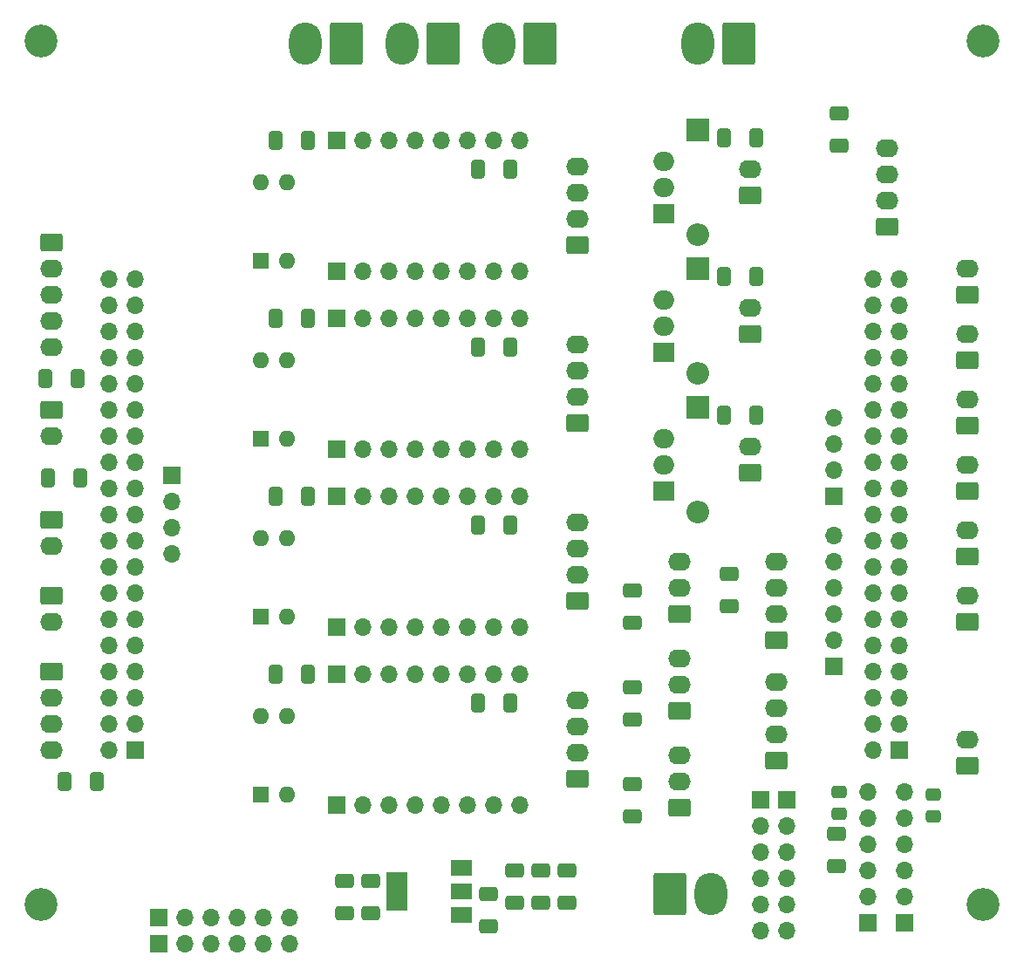
<source format=gbr>
%TF.GenerationSoftware,KiCad,Pcbnew,6.0.4-6f826c9f35~116~ubuntu21.10.1*%
%TF.CreationDate,2022-04-21T21:07:43+02:00*%
%TF.ProjectId,Interco_nucleo_4couches-rounded,496e7465-7263-46f5-9f6e-75636c656f5f,rev?*%
%TF.SameCoordinates,Original*%
%TF.FileFunction,Soldermask,Top*%
%TF.FilePolarity,Negative*%
%FSLAX46Y46*%
G04 Gerber Fmt 4.6, Leading zero omitted, Abs format (unit mm)*
G04 Created by KiCad (PCBNEW 6.0.4-6f826c9f35~116~ubuntu21.10.1) date 2022-04-21 21:07:43*
%MOMM*%
%LPD*%
G01*
G04 APERTURE LIST*
G04 Aperture macros list*
%AMRoundRect*
0 Rectangle with rounded corners*
0 $1 Rounding radius*
0 $2 $3 $4 $5 $6 $7 $8 $9 X,Y pos of 4 corners*
0 Add a 4 corners polygon primitive as box body*
4,1,4,$2,$3,$4,$5,$6,$7,$8,$9,$2,$3,0*
0 Add four circle primitives for the rounded corners*
1,1,$1+$1,$2,$3*
1,1,$1+$1,$4,$5*
1,1,$1+$1,$6,$7*
1,1,$1+$1,$8,$9*
0 Add four rect primitives between the rounded corners*
20,1,$1+$1,$2,$3,$4,$5,0*
20,1,$1+$1,$4,$5,$6,$7,0*
20,1,$1+$1,$6,$7,$8,$9,0*
20,1,$1+$1,$8,$9,$2,$3,0*%
G04 Aperture macros list end*
%ADD10RoundRect,0.250000X-0.650000X0.412500X-0.650000X-0.412500X0.650000X-0.412500X0.650000X0.412500X0*%
%ADD11R,1.700000X1.700000*%
%ADD12O,1.700000X1.700000*%
%ADD13RoundRect,0.250000X-0.412500X-0.650000X0.412500X-0.650000X0.412500X0.650000X-0.412500X0.650000X0*%
%ADD14RoundRect,0.250000X0.412500X0.650000X-0.412500X0.650000X-0.412500X-0.650000X0.412500X-0.650000X0*%
%ADD15RoundRect,0.250000X0.845000X-0.620000X0.845000X0.620000X-0.845000X0.620000X-0.845000X-0.620000X0*%
%ADD16O,2.190000X1.740000*%
%ADD17RoundRect,0.250000X-0.845000X0.620000X-0.845000X-0.620000X0.845000X-0.620000X0.845000X0.620000X0*%
%ADD18RoundRect,0.250000X-1.330000X-1.800000X1.330000X-1.800000X1.330000X1.800000X-1.330000X1.800000X0*%
%ADD19O,3.160000X4.100000*%
%ADD20R,2.200000X2.200000*%
%ADD21O,2.200000X2.200000*%
%ADD22R,1.600000X1.600000*%
%ADD23O,1.600000X1.600000*%
%ADD24C,3.200000*%
%ADD25R,2.000000X1.500000*%
%ADD26R,2.000000X3.800000*%
%ADD27RoundRect,0.250000X1.330000X1.800000X-1.330000X1.800000X-1.330000X-1.800000X1.330000X-1.800000X0*%
%ADD28R,2.000000X1.905000*%
%ADD29O,2.000000X1.905000*%
%ADD30RoundRect,0.250000X0.475000X-0.337500X0.475000X0.337500X-0.475000X0.337500X-0.475000X-0.337500X0*%
%ADD31RoundRect,0.250000X0.650000X-0.412500X0.650000X0.412500X-0.650000X0.412500X-0.650000X-0.412500X0*%
G04 APERTURE END LIST*
D10*
%TO.C,C74*%
X69850000Y-125730000D03*
X69850000Y-128855000D03*
%TD*%
D11*
%TO.C,J28*%
X121666000Y-129794000D03*
D12*
X121666000Y-127254000D03*
X121666000Y-124714000D03*
X121666000Y-122174000D03*
X121666000Y-119634000D03*
X121666000Y-117094000D03*
%TD*%
D11*
%TO.C,U12*%
X66548000Y-83820000D03*
D12*
X69088000Y-83820000D03*
X71628000Y-83820000D03*
X74168000Y-83820000D03*
X76708000Y-83820000D03*
X79248000Y-83820000D03*
X81788000Y-83820000D03*
X84328000Y-83820000D03*
X84328000Y-71120000D03*
X81788000Y-71120000D03*
X79248000Y-71120000D03*
X76708000Y-71120000D03*
X74168000Y-71120000D03*
X71628000Y-71120000D03*
X69088000Y-71120000D03*
D11*
X66548000Y-71120000D03*
%TD*%
D13*
%TO.C,C515*%
X80264000Y-91186000D03*
X83389000Y-91186000D03*
%TD*%
D14*
%TO.C,C52*%
X63754000Y-88392000D03*
X60629000Y-88392000D03*
%TD*%
D15*
%TO.C,J34*%
X127762000Y-94234000D03*
D16*
X127762000Y-91694000D03*
%TD*%
D17*
%TO.C,J41*%
X38862000Y-90678000D03*
D16*
X38862000Y-93218000D03*
%TD*%
D18*
%TO.C,J52*%
X98910000Y-127000000D03*
D19*
X102870000Y-127000000D03*
%TD*%
D20*
%TO.C,D22*%
X101600000Y-52832000D03*
D21*
X101600000Y-62992000D03*
%TD*%
D15*
%TO.C,J12*%
X89916000Y-81280000D03*
D16*
X89916000Y-78740000D03*
X89916000Y-76200000D03*
X89916000Y-73660000D03*
%TD*%
D22*
%TO.C,SW20*%
X59182000Y-65532000D03*
D23*
X61722000Y-65532000D03*
X61722000Y-57912000D03*
X59182000Y-57912000D03*
%TD*%
D20*
%TO.C,D20*%
X101600000Y-66294000D03*
D21*
X101600000Y-76454000D03*
%TD*%
D10*
%TO.C,C513*%
X81280000Y-127000000D03*
X81280000Y-130125000D03*
%TD*%
D15*
%TO.C,J24*%
X106680000Y-86106000D03*
D16*
X106680000Y-83566000D03*
%TD*%
D24*
%TO.C,H2*%
X37846000Y-44196000D03*
%TD*%
D14*
%TO.C,C53*%
X63754000Y-105664000D03*
X60629000Y-105664000D03*
%TD*%
D17*
%TO.C,J43*%
X38862000Y-98044000D03*
D16*
X38862000Y-100584000D03*
%TD*%
D24*
%TO.C,H0*%
X129286000Y-128016000D03*
%TD*%
D11*
%TO.C,J29*%
X118110000Y-129794000D03*
D12*
X118110000Y-127254000D03*
X118110000Y-124714000D03*
X118110000Y-122174000D03*
X118110000Y-119634000D03*
X118110000Y-117094000D03*
%TD*%
D13*
%TO.C,C56*%
X104140000Y-80518000D03*
X107265000Y-80518000D03*
%TD*%
D25*
%TO.C,U70*%
X78690000Y-129046000D03*
X78690000Y-126746000D03*
D26*
X72390000Y-126746000D03*
D25*
X78690000Y-124446000D03*
%TD*%
D27*
%TO.C,J500*%
X76858000Y-44450000D03*
D19*
X72898000Y-44450000D03*
%TD*%
D28*
%TO.C,Q21*%
X98298000Y-87884000D03*
D29*
X98298000Y-85344000D03*
X98298000Y-82804000D03*
%TD*%
D14*
%TO.C,C58*%
X41402000Y-76962000D03*
X38277000Y-76962000D03*
%TD*%
D13*
%TO.C,C54*%
X104140000Y-53594000D03*
X107265000Y-53594000D03*
%TD*%
D15*
%TO.C,J22*%
X99822000Y-118618000D03*
D16*
X99822000Y-116078000D03*
X99822000Y-113538000D03*
%TD*%
D13*
%TO.C,C55*%
X104140000Y-67056000D03*
X107265000Y-67056000D03*
%TD*%
D15*
%TO.C,J21*%
X99822000Y-109220000D03*
D16*
X99822000Y-106680000D03*
X99822000Y-104140000D03*
%TD*%
D11*
%TO.C,U20*%
X66548000Y-66548000D03*
D12*
X69088000Y-66548000D03*
X71628000Y-66548000D03*
X74168000Y-66548000D03*
X76708000Y-66548000D03*
X79248000Y-66548000D03*
X81788000Y-66548000D03*
X84328000Y-66548000D03*
X84328000Y-53848000D03*
X81788000Y-53848000D03*
X79248000Y-53848000D03*
X76708000Y-53848000D03*
X74168000Y-53848000D03*
X71628000Y-53848000D03*
X69088000Y-53848000D03*
D11*
X66548000Y-53848000D03*
%TD*%
D15*
%TO.C,J36*%
X120015000Y-62230000D03*
D16*
X120015000Y-59690000D03*
X120015000Y-57150000D03*
X120015000Y-54610000D03*
%TD*%
D17*
%TO.C,J26*%
X38862000Y-63754000D03*
D16*
X38862000Y-66294000D03*
X38862000Y-68834000D03*
X38862000Y-71374000D03*
X38862000Y-73914000D03*
%TD*%
D15*
%TO.C,J25*%
X106680000Y-59182000D03*
D16*
X106680000Y-56642000D03*
%TD*%
D13*
%TO.C,C516*%
X80264000Y-73914000D03*
X83389000Y-73914000D03*
%TD*%
D11*
%TO.C,J03*%
X50546000Y-86360000D03*
D12*
X50546000Y-88900000D03*
X50546000Y-91440000D03*
X50546000Y-93980000D03*
%TD*%
D11*
%TO.C,J54*%
X49276000Y-131826000D03*
D12*
X51816000Y-131826000D03*
X54356000Y-131826000D03*
X56896000Y-131826000D03*
X59436000Y-131826000D03*
X61976000Y-131826000D03*
%TD*%
D24*
%TO.C,H1*%
X129286000Y-44196000D03*
%TD*%
D10*
%TO.C,C57*%
X104648000Y-95885000D03*
X104648000Y-99010000D03*
%TD*%
D30*
%TO.C,R23*%
X115316000Y-119169000D03*
X115316000Y-117094000D03*
%TD*%
D31*
%TO.C,C591*%
X95250000Y-110059000D03*
X95250000Y-106934000D03*
%TD*%
D10*
%TO.C,C590*%
X95250000Y-116332000D03*
X95250000Y-119457000D03*
%TD*%
D24*
%TO.C,H3*%
X37846000Y-128016000D03*
%TD*%
D15*
%TO.C,J11*%
X89916000Y-98552000D03*
D16*
X89916000Y-96012000D03*
X89916000Y-93472000D03*
X89916000Y-90932000D03*
%TD*%
D22*
%TO.C,SW12*%
X59182000Y-82804000D03*
D23*
X61722000Y-82804000D03*
X61722000Y-75184000D03*
X59182000Y-75184000D03*
%TD*%
D15*
%TO.C,J23*%
X106680000Y-72644000D03*
D16*
X106680000Y-70104000D03*
%TD*%
D22*
%TO.C,SW10*%
X59182000Y-117348000D03*
D23*
X61722000Y-117348000D03*
X61722000Y-109728000D03*
X59182000Y-109728000D03*
%TD*%
D17*
%TO.C,J40*%
X38862000Y-80010000D03*
D16*
X38862000Y-82550000D03*
%TD*%
D27*
%TO.C,J502*%
X67460000Y-44450000D03*
D19*
X63500000Y-44450000D03*
%TD*%
D10*
%TO.C,C72*%
X88900000Y-124714000D03*
X88900000Y-127839000D03*
%TD*%
D15*
%TO.C,J32*%
X127762000Y-81534000D03*
D16*
X127762000Y-78994000D03*
%TD*%
D15*
%TO.C,J33*%
X127762000Y-87884000D03*
D16*
X127762000Y-85344000D03*
%TD*%
D15*
%TO.C,J42*%
X127762000Y-114554000D03*
D16*
X127762000Y-112014000D03*
%TD*%
D31*
%TO.C,C512*%
X115316000Y-54356000D03*
X115316000Y-51231000D03*
%TD*%
D13*
%TO.C,C514*%
X80264000Y-108458000D03*
X83389000Y-108458000D03*
%TD*%
D11*
%TO.C,J60*%
X107696000Y-117856000D03*
D12*
X107696000Y-120396000D03*
X107696000Y-122936000D03*
X107696000Y-125476000D03*
X107696000Y-128016000D03*
X107696000Y-130556000D03*
%TD*%
D27*
%TO.C,J51*%
X105560000Y-44450000D03*
D19*
X101600000Y-44450000D03*
%TD*%
D27*
%TO.C,J501*%
X86256000Y-44450000D03*
D19*
X82296000Y-44450000D03*
%TD*%
D11*
%TO.C,J39*%
X114808000Y-104902000D03*
D12*
X114808000Y-102362000D03*
X114808000Y-99822000D03*
X114808000Y-97282000D03*
X114808000Y-94742000D03*
X114808000Y-92202000D03*
%TD*%
D10*
%TO.C,C73*%
X67310000Y-125730000D03*
X67310000Y-128855000D03*
%TD*%
%TO.C,C71*%
X86360000Y-124714000D03*
X86360000Y-127839000D03*
%TD*%
D20*
%TO.C,D21*%
X101600000Y-79756000D03*
D21*
X101600000Y-89916000D03*
%TD*%
D11*
%TO.C,J04*%
X114808000Y-88392000D03*
D12*
X114808000Y-85852000D03*
X114808000Y-83312000D03*
X114808000Y-80772000D03*
%TD*%
D15*
%TO.C,D40*%
X109220000Y-114046000D03*
D16*
X109220000Y-111506000D03*
X109220000Y-108966000D03*
X109220000Y-106426000D03*
%TD*%
D14*
%TO.C,C51*%
X63754000Y-71120000D03*
X60629000Y-71120000D03*
%TD*%
D13*
%TO.C,C510*%
X40132000Y-116078000D03*
X43257000Y-116078000D03*
%TD*%
D11*
%TO.C,U11*%
X66548000Y-101092000D03*
D12*
X69088000Y-101092000D03*
X71628000Y-101092000D03*
X74168000Y-101092000D03*
X76708000Y-101092000D03*
X79248000Y-101092000D03*
X81788000Y-101092000D03*
X84328000Y-101092000D03*
X84328000Y-88392000D03*
X81788000Y-88392000D03*
X79248000Y-88392000D03*
X76708000Y-88392000D03*
X74168000Y-88392000D03*
X71628000Y-88392000D03*
X69088000Y-88392000D03*
D11*
X66548000Y-88392000D03*
%TD*%
D13*
%TO.C,C517*%
X80264000Y-56642000D03*
X83389000Y-56642000D03*
%TD*%
D17*
%TO.C,J38*%
X38862000Y-105410000D03*
D16*
X38862000Y-107950000D03*
X38862000Y-110490000D03*
X38862000Y-113030000D03*
%TD*%
D15*
%TO.C,J31*%
X127762000Y-75184000D03*
D16*
X127762000Y-72644000D03*
%TD*%
D15*
%TO.C,J20*%
X99822000Y-99822000D03*
D16*
X99822000Y-97282000D03*
X99822000Y-94742000D03*
%TD*%
D15*
%TO.C,J30*%
X127762000Y-68834000D03*
D16*
X127762000Y-66294000D03*
%TD*%
D31*
%TO.C,C592*%
X95250000Y-100661000D03*
X95250000Y-97536000D03*
%TD*%
D14*
%TO.C,C511*%
X41656000Y-86614000D03*
X38531000Y-86614000D03*
%TD*%
D15*
%TO.C,J35*%
X127762000Y-100584000D03*
D16*
X127762000Y-98044000D03*
%TD*%
D15*
%TO.C,J27*%
X89916000Y-64008000D03*
D16*
X89916000Y-61468000D03*
X89916000Y-58928000D03*
X89916000Y-56388000D03*
%TD*%
D28*
%TO.C,Q20*%
X98298000Y-74422000D03*
D29*
X98298000Y-71882000D03*
X98298000Y-69342000D03*
%TD*%
D15*
%TO.C,J37*%
X109220000Y-102362000D03*
D16*
X109220000Y-99822000D03*
X109220000Y-97282000D03*
X109220000Y-94742000D03*
%TD*%
D14*
%TO.C,C50*%
X63754000Y-53848000D03*
X60629000Y-53848000D03*
%TD*%
D11*
%TO.C,J53*%
X49276000Y-129286000D03*
D12*
X51816000Y-129286000D03*
X54356000Y-129286000D03*
X56896000Y-129286000D03*
X59436000Y-129286000D03*
X61976000Y-129286000D03*
%TD*%
D10*
%TO.C,C518*%
X115062000Y-121158000D03*
X115062000Y-124283000D03*
%TD*%
D22*
%TO.C,SW11*%
X59182000Y-100076000D03*
D23*
X61722000Y-100076000D03*
X61722000Y-92456000D03*
X59182000Y-92456000D03*
%TD*%
D11*
%TO.C,U10*%
X66548000Y-118364000D03*
D12*
X69088000Y-118364000D03*
X71628000Y-118364000D03*
X74168000Y-118364000D03*
X76708000Y-118364000D03*
X79248000Y-118364000D03*
X81788000Y-118364000D03*
X84328000Y-118364000D03*
X84328000Y-105664000D03*
X81788000Y-105664000D03*
X79248000Y-105664000D03*
X76708000Y-105664000D03*
X74168000Y-105664000D03*
X71628000Y-105664000D03*
X69088000Y-105664000D03*
D11*
X66548000Y-105664000D03*
%TD*%
D10*
%TO.C,C70*%
X83820000Y-124714000D03*
X83820000Y-127839000D03*
%TD*%
D11*
%TO.C,J61*%
X110236000Y-117856000D03*
D12*
X110236000Y-120396000D03*
X110236000Y-122936000D03*
X110236000Y-125476000D03*
X110236000Y-128016000D03*
X110236000Y-130556000D03*
%TD*%
D28*
%TO.C,Q22*%
X98298000Y-60960000D03*
D29*
X98298000Y-58420000D03*
X98298000Y-55880000D03*
%TD*%
D30*
%TO.C,R22*%
X124460000Y-119423000D03*
X124460000Y-117348000D03*
%TD*%
D15*
%TO.C,J10*%
X89916000Y-115824000D03*
D16*
X89916000Y-113284000D03*
X89916000Y-110744000D03*
X89916000Y-108204000D03*
%TD*%
D11*
%TO.C,J01*%
X46990000Y-113030000D03*
D12*
X44450000Y-113030000D03*
X46990000Y-110490000D03*
X44450000Y-110490000D03*
X46990000Y-107950000D03*
X44450000Y-107950000D03*
X46990000Y-105410000D03*
X44450000Y-105410000D03*
X46990000Y-102870000D03*
X44450000Y-102870000D03*
X46990000Y-100330000D03*
X44450000Y-100330000D03*
X46990000Y-97790000D03*
X44450000Y-97790000D03*
X46990000Y-95250000D03*
X44450000Y-95250000D03*
X46990000Y-92710000D03*
X44450000Y-92710000D03*
X46990000Y-90170000D03*
X44450000Y-90170000D03*
X46990000Y-87630000D03*
X44450000Y-87630000D03*
X46990000Y-85090000D03*
X44450000Y-85090000D03*
X46990000Y-82550000D03*
X44450000Y-82550000D03*
X46990000Y-80010000D03*
X44450000Y-80010000D03*
X46990000Y-77470000D03*
X44450000Y-77470000D03*
X46990000Y-74930000D03*
X44450000Y-74930000D03*
X46990000Y-72390000D03*
X44450000Y-72390000D03*
X46990000Y-69850000D03*
X44450000Y-69850000D03*
X46990000Y-67310000D03*
X44450000Y-67310000D03*
%TD*%
D11*
%TO.C,J02*%
X121158000Y-113030000D03*
D12*
X118618000Y-113030000D03*
X121158000Y-110490000D03*
X118618000Y-110490000D03*
X121158000Y-107950000D03*
X118618000Y-107950000D03*
X121158000Y-105410000D03*
X118618000Y-105410000D03*
X121158000Y-102870000D03*
X118618000Y-102870000D03*
X121158000Y-100330000D03*
X118618000Y-100330000D03*
X121158000Y-97790000D03*
X118618000Y-97790000D03*
X121158000Y-95250000D03*
X118618000Y-95250000D03*
X121158000Y-92710000D03*
X118618000Y-92710000D03*
X121158000Y-90170000D03*
X118618000Y-90170000D03*
X121158000Y-87630000D03*
X118618000Y-87630000D03*
X121158000Y-85090000D03*
X118618000Y-85090000D03*
X121158000Y-82550000D03*
X118618000Y-82550000D03*
X121158000Y-80010000D03*
X118618000Y-80010000D03*
X121158000Y-77470000D03*
X118618000Y-77470000D03*
X121158000Y-74930000D03*
X118618000Y-74930000D03*
X121158000Y-72390000D03*
X118618000Y-72390000D03*
X121158000Y-69850000D03*
X118618000Y-69850000D03*
X121158000Y-67310000D03*
X118618000Y-67310000D03*
%TD*%
M02*

</source>
